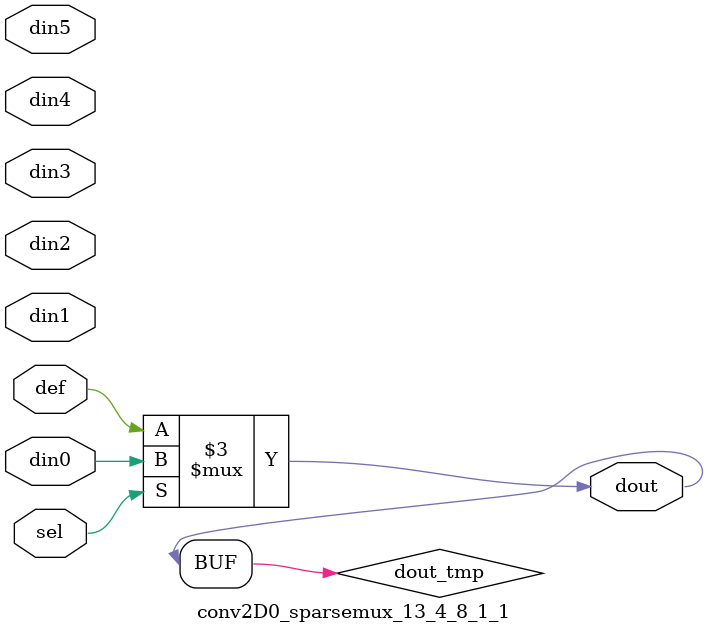
<source format=v>
`timescale 1ns / 1ps

module conv2D0_sparsemux_13_4_8_1_1 (din0,din1,din2,din3,din4,din5,def,sel,dout);

parameter din0_WIDTH = 1;

parameter din1_WIDTH = 1;

parameter din2_WIDTH = 1;

parameter din3_WIDTH = 1;

parameter din4_WIDTH = 1;

parameter din5_WIDTH = 1;

parameter def_WIDTH = 1;
parameter sel_WIDTH = 1;
parameter dout_WIDTH = 1;

parameter [sel_WIDTH-1:0] CASE0 = 1;

parameter [sel_WIDTH-1:0] CASE1 = 1;

parameter [sel_WIDTH-1:0] CASE2 = 1;

parameter [sel_WIDTH-1:0] CASE3 = 1;

parameter [sel_WIDTH-1:0] CASE4 = 1;

parameter [sel_WIDTH-1:0] CASE5 = 1;

parameter ID = 1;
parameter NUM_STAGE = 1;



input [din0_WIDTH-1:0] din0;

input [din1_WIDTH-1:0] din1;

input [din2_WIDTH-1:0] din2;

input [din3_WIDTH-1:0] din3;

input [din4_WIDTH-1:0] din4;

input [din5_WIDTH-1:0] din5;

input [def_WIDTH-1:0] def;
input [sel_WIDTH-1:0] sel;

output [dout_WIDTH-1:0] dout;



reg [dout_WIDTH-1:0] dout_tmp;

always @ (*) begin
case (sel)
    
    CASE0 : dout_tmp = din0;
    
    CASE1 : dout_tmp = din1;
    
    CASE2 : dout_tmp = din2;
    
    CASE3 : dout_tmp = din3;
    
    CASE4 : dout_tmp = din4;
    
    CASE5 : dout_tmp = din5;
    
    default : dout_tmp = def;
endcase
end


assign dout = dout_tmp;



endmodule

</source>
